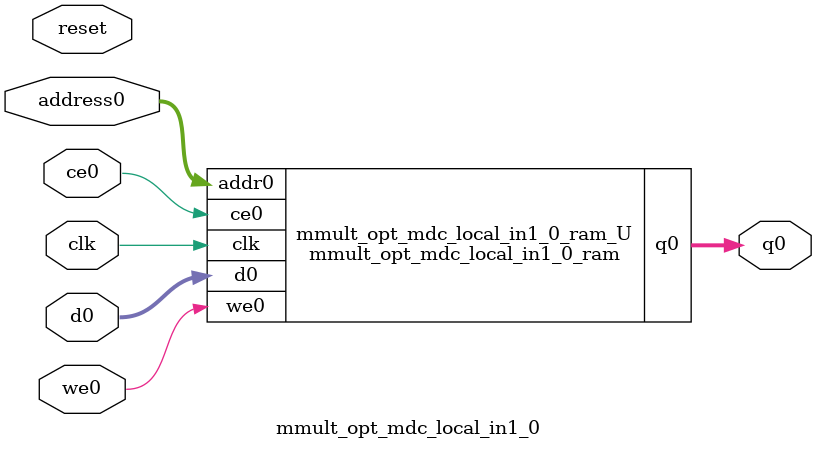
<source format=v>
`timescale 1 ns / 1 ps
module mmult_opt_mdc_local_in1_0_ram (addr0, ce0, d0, we0, q0,  clk);

parameter DWIDTH = 32;
parameter AWIDTH = 3;
parameter MEM_SIZE = 8;

input[AWIDTH-1:0] addr0;
input ce0;
input[DWIDTH-1:0] d0;
input we0;
output reg[DWIDTH-1:0] q0;
input clk;

(* ram_style = "distributed" *)reg [DWIDTH-1:0] ram[0:MEM_SIZE-1];




always @(posedge clk)  
begin 
    if (ce0) 
    begin
        if (we0) 
        begin 
            ram[addr0] <= d0; 
        end 
        q0 <= ram[addr0];
    end
end


endmodule

`timescale 1 ns / 1 ps
module mmult_opt_mdc_local_in1_0(
    reset,
    clk,
    address0,
    ce0,
    we0,
    d0,
    q0);

parameter DataWidth = 32'd32;
parameter AddressRange = 32'd8;
parameter AddressWidth = 32'd3;
input reset;
input clk;
input[AddressWidth - 1:0] address0;
input ce0;
input we0;
input[DataWidth - 1:0] d0;
output[DataWidth - 1:0] q0;



mmult_opt_mdc_local_in1_0_ram mmult_opt_mdc_local_in1_0_ram_U(
    .clk( clk ),
    .addr0( address0 ),
    .ce0( ce0 ),
    .we0( we0 ),
    .d0( d0 ),
    .q0( q0 ));

endmodule


</source>
